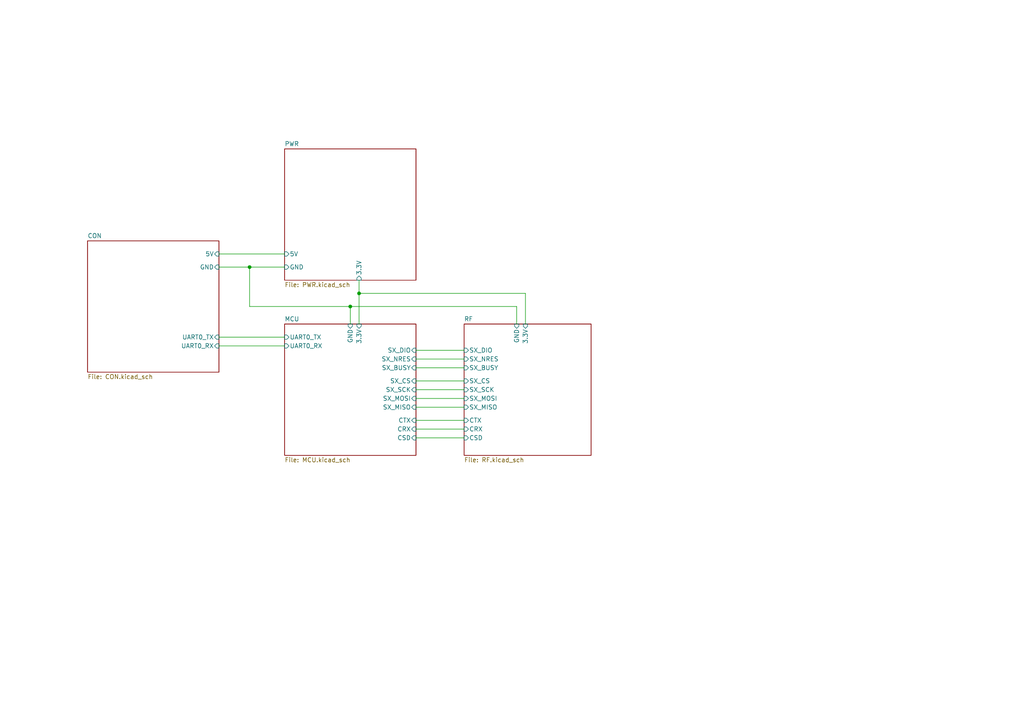
<source format=kicad_sch>
(kicad_sch
	(version 20231120)
	(generator "eeschema")
	(generator_version "8.0")
	(uuid "2b0c6554-5f90-40c2-bcb8-e5e40220e080")
	(paper "A4")
	(lib_symbols)
	(junction
		(at 72.39 77.47)
		(diameter 0)
		(color 0 0 0 0)
		(uuid "4b03f0e7-8527-4df0-9e20-7a77d3be49c3")
	)
	(junction
		(at 104.14 85.09)
		(diameter 0)
		(color 0 0 0 0)
		(uuid "b072eaaa-cf2e-42f5-840f-fd39cf306b32")
	)
	(junction
		(at 101.6 88.9)
		(diameter 0)
		(color 0 0 0 0)
		(uuid "d8619eaf-ea81-4b28-9b04-b95035974057")
	)
	(wire
		(pts
			(xy 72.39 88.9) (xy 101.6 88.9)
		)
		(stroke
			(width 0)
			(type default)
		)
		(uuid "0cf756f2-4396-431f-a3aa-16e6232db8a4")
	)
	(wire
		(pts
			(xy 120.65 127) (xy 134.62 127)
		)
		(stroke
			(width 0)
			(type default)
		)
		(uuid "0d0362a6-cae4-4f62-b51d-34652c1b68b1")
	)
	(wire
		(pts
			(xy 63.5 73.66) (xy 82.55 73.66)
		)
		(stroke
			(width 0)
			(type default)
		)
		(uuid "14e7f716-137f-4034-92f3-07eaa458ccb0")
	)
	(wire
		(pts
			(xy 120.65 118.11) (xy 134.62 118.11)
		)
		(stroke
			(width 0)
			(type default)
		)
		(uuid "3061e3a4-d19a-4eaa-a210-bf546cc8dd73")
	)
	(wire
		(pts
			(xy 63.5 97.79) (xy 82.55 97.79)
		)
		(stroke
			(width 0)
			(type default)
		)
		(uuid "337378af-b422-478d-a845-f488dbcee932")
	)
	(wire
		(pts
			(xy 72.39 77.47) (xy 82.55 77.47)
		)
		(stroke
			(width 0)
			(type default)
		)
		(uuid "345c270f-7706-4e42-b134-4f12d8f428ef")
	)
	(wire
		(pts
			(xy 120.65 101.6) (xy 134.62 101.6)
		)
		(stroke
			(width 0)
			(type default)
		)
		(uuid "41bbd0bc-fa95-4f41-92f4-573a9b3c027b")
	)
	(wire
		(pts
			(xy 120.65 110.49) (xy 134.62 110.49)
		)
		(stroke
			(width 0)
			(type default)
		)
		(uuid "4323d157-ecca-444b-865b-f66966f8d8b0")
	)
	(wire
		(pts
			(xy 120.65 113.03) (xy 134.62 113.03)
		)
		(stroke
			(width 0)
			(type default)
		)
		(uuid "46d283d2-d623-4300-9da6-757c742655f8")
	)
	(wire
		(pts
			(xy 104.14 85.09) (xy 104.14 93.98)
		)
		(stroke
			(width 0)
			(type default)
		)
		(uuid "57492b40-b091-4e73-b6bf-9c4294abcf84")
	)
	(wire
		(pts
			(xy 101.6 88.9) (xy 101.6 93.98)
		)
		(stroke
			(width 0)
			(type default)
		)
		(uuid "642c5f64-8546-4b49-94b7-df4f44d882f5")
	)
	(wire
		(pts
			(xy 63.5 77.47) (xy 72.39 77.47)
		)
		(stroke
			(width 0)
			(type default)
		)
		(uuid "77957eb9-838f-443a-bf72-66dcacf1bf0f")
	)
	(wire
		(pts
			(xy 101.6 88.9) (xy 149.86 88.9)
		)
		(stroke
			(width 0)
			(type default)
		)
		(uuid "7af4bf79-35c6-4e45-acde-c5e520f9ef05")
	)
	(wire
		(pts
			(xy 120.65 104.14) (xy 134.62 104.14)
		)
		(stroke
			(width 0)
			(type default)
		)
		(uuid "8df9d07c-550f-4d51-a4e8-ac0fe8895716")
	)
	(wire
		(pts
			(xy 152.4 85.09) (xy 152.4 93.98)
		)
		(stroke
			(width 0)
			(type default)
		)
		(uuid "953596ee-0373-4993-a1ff-f96c583fbd83")
	)
	(wire
		(pts
			(xy 63.5 100.33) (xy 82.55 100.33)
		)
		(stroke
			(width 0)
			(type default)
		)
		(uuid "9c6a895c-0834-4670-9e4e-87fb2785bc28")
	)
	(wire
		(pts
			(xy 120.65 121.92) (xy 134.62 121.92)
		)
		(stroke
			(width 0)
			(type default)
		)
		(uuid "9eab484a-f146-4912-8417-4d1557aca2b0")
	)
	(wire
		(pts
			(xy 149.86 88.9) (xy 149.86 93.98)
		)
		(stroke
			(width 0)
			(type default)
		)
		(uuid "a3ce7a7e-8dd5-415d-ac0f-9d06f699f5fe")
	)
	(wire
		(pts
			(xy 72.39 77.47) (xy 72.39 88.9)
		)
		(stroke
			(width 0)
			(type default)
		)
		(uuid "c8ab70ad-8938-43e1-b8a0-4382fba2c17c")
	)
	(wire
		(pts
			(xy 104.14 81.28) (xy 104.14 85.09)
		)
		(stroke
			(width 0)
			(type default)
		)
		(uuid "ce85bd3e-40d0-4f3e-b197-ef26372a56f7")
	)
	(wire
		(pts
			(xy 120.65 106.68) (xy 134.62 106.68)
		)
		(stroke
			(width 0)
			(type default)
		)
		(uuid "d29d001e-2465-43bb-b2c0-e07307241189")
	)
	(wire
		(pts
			(xy 120.65 124.46) (xy 134.62 124.46)
		)
		(stroke
			(width 0)
			(type default)
		)
		(uuid "ec5a4a43-0225-4fc5-8ee3-c6f0695a8439")
	)
	(wire
		(pts
			(xy 120.65 115.57) (xy 134.62 115.57)
		)
		(stroke
			(width 0)
			(type default)
		)
		(uuid "f028e614-ff5a-4428-acee-f62a58e00a64")
	)
	(wire
		(pts
			(xy 104.14 85.09) (xy 152.4 85.09)
		)
		(stroke
			(width 0)
			(type default)
		)
		(uuid "fdf753e7-6c46-4c23-ae3d-32a56645d935")
	)
	(sheet
		(at 82.55 43.18)
		(size 38.1 38.1)
		(fields_autoplaced yes)
		(stroke
			(width 0.1524)
			(type solid)
		)
		(fill
			(color 0 0 0 0.0000)
		)
		(uuid "7b8cbac9-59c2-4db4-ab78-570231f48678")
		(property "Sheetname" "PWR"
			(at 82.55 42.4684 0)
			(effects
				(font
					(size 1.27 1.27)
				)
				(justify left bottom)
			)
		)
		(property "Sheetfile" "PWR.kicad_sch"
			(at 82.55 81.8646 0)
			(effects
				(font
					(size 1.27 1.27)
				)
				(justify left top)
			)
		)
		(pin "5V" input
			(at 82.55 73.66 180)
			(effects
				(font
					(size 1.27 1.27)
				)
				(justify left)
			)
			(uuid "0fc89138-810c-4f60-9cd3-19c81aa3e30d")
		)
		(pin "3.3V" input
			(at 104.14 81.28 270)
			(effects
				(font
					(size 1.27 1.27)
				)
				(justify left)
			)
			(uuid "a07f06cf-6d4b-443a-8ace-bf8a3cd19755")
		)
		(pin "GND" input
			(at 82.55 77.47 180)
			(effects
				(font
					(size 1.27 1.27)
				)
				(justify left)
			)
			(uuid "60306822-b304-40ca-9f5b-31945a0fa5af")
		)
		(instances
			(project "LoRa"
				(path "/2b0c6554-5f90-40c2-bcb8-e5e40220e080"
					(page "4")
				)
			)
		)
	)
	(sheet
		(at 25.4 69.85)
		(size 38.1 38.1)
		(fields_autoplaced yes)
		(stroke
			(width 0.1524)
			(type solid)
		)
		(fill
			(color 0 0 0 0.0000)
		)
		(uuid "88975fe3-a6d9-4872-a309-80c19f19c233")
		(property "Sheetname" "CON"
			(at 25.4 69.1384 0)
			(effects
				(font
					(size 1.27 1.27)
				)
				(justify left bottom)
			)
		)
		(property "Sheetfile" "CON.kicad_sch"
			(at 25.4 108.5346 0)
			(effects
				(font
					(size 1.27 1.27)
				)
				(justify left top)
			)
		)
		(property "Field2" ""
			(at 25.4 69.85 0)
			(effects
				(font
					(size 1.27 1.27)
				)
				(hide yes)
			)
		)
		(pin "GND" input
			(at 63.5 77.47 0)
			(effects
				(font
					(size 1.27 1.27)
				)
				(justify right)
			)
			(uuid "3014e148-8e58-4b49-b5a3-ba6863c33e41")
		)
		(pin "5V" input
			(at 63.5 73.66 0)
			(effects
				(font
					(size 1.27 1.27)
				)
				(justify right)
			)
			(uuid "111ec84c-275f-4078-85d1-37213010959e")
		)
		(pin "UART0_TX" input
			(at 63.5 97.79 0)
			(effects
				(font
					(size 1.27 1.27)
				)
				(justify right)
			)
			(uuid "a6838825-b966-4627-bdcd-ac0b28a74912")
		)
		(pin "UART0_RX" input
			(at 63.5 100.33 0)
			(effects
				(font
					(size 1.27 1.27)
				)
				(justify right)
			)
			(uuid "c9fecd7b-d898-43c1-83ca-17a91149b54f")
		)
		(instances
			(project "LoRa"
				(path "/2b0c6554-5f90-40c2-bcb8-e5e40220e080"
					(page "5")
				)
			)
		)
	)
	(sheet
		(at 134.62 93.98)
		(size 36.83 38.1)
		(fields_autoplaced yes)
		(stroke
			(width 0.1524)
			(type solid)
		)
		(fill
			(color 0 0 0 0.0000)
		)
		(uuid "9a24c291-fed3-416d-97e4-a4b0f62004ad")
		(property "Sheetname" "RF"
			(at 134.62 93.2684 0)
			(effects
				(font
					(size 1.27 1.27)
				)
				(justify left bottom)
			)
		)
		(property "Sheetfile" "RF.kicad_sch"
			(at 134.62 132.6646 0)
			(effects
				(font
					(size 1.27 1.27)
				)
				(justify left top)
			)
		)
		(pin "SX_DIO" input
			(at 134.62 101.6 180)
			(effects
				(font
					(size 1.27 1.27)
				)
				(justify left)
			)
			(uuid "5f956b59-f2d5-4bf4-8a90-e7ff526aef00")
		)
		(pin "SX_NRES" input
			(at 134.62 104.14 180)
			(effects
				(font
					(size 1.27 1.27)
				)
				(justify left)
			)
			(uuid "6a2c95d8-ec45-453d-ba62-19b45061c0cd")
		)
		(pin "SX_BUSY" input
			(at 134.62 106.68 180)
			(effects
				(font
					(size 1.27 1.27)
				)
				(justify left)
			)
			(uuid "20b04ae8-871f-4b8e-bd34-2a7959c9f9b8")
		)
		(pin "SX_CS" input
			(at 134.62 110.49 180)
			(effects
				(font
					(size 1.27 1.27)
				)
				(justify left)
			)
			(uuid "a0c6e8d3-a99f-47aa-a736-9f76ab8ae649")
		)
		(pin "SX_SCK" input
			(at 134.62 113.03 180)
			(effects
				(font
					(size 1.27 1.27)
				)
				(justify left)
			)
			(uuid "12931d31-b53f-4ba2-8997-cd31498da3c1")
		)
		(pin "GND" input
			(at 149.86 93.98 90)
			(effects
				(font
					(size 1.27 1.27)
				)
				(justify right)
			)
			(uuid "5c80fb9d-0cb2-4e5e-963a-12cefdb4f8c0")
		)
		(pin "SX_MOSI" input
			(at 134.62 115.57 180)
			(effects
				(font
					(size 1.27 1.27)
				)
				(justify left)
			)
			(uuid "6b097d8f-119b-4159-b0ed-70619a400546")
		)
		(pin "3.3V" input
			(at 152.4 93.98 90)
			(effects
				(font
					(size 1.27 1.27)
				)
				(justify right)
			)
			(uuid "76ee13e0-61fd-44d9-ada8-e6fa8ed62f42")
		)
		(pin "SX_MISO" input
			(at 134.62 118.11 180)
			(effects
				(font
					(size 1.27 1.27)
				)
				(justify left)
			)
			(uuid "f1771a31-3c47-4cbc-9b88-9262323783a9")
		)
		(pin "CTX" input
			(at 134.62 121.92 180)
			(effects
				(font
					(size 1.27 1.27)
				)
				(justify left)
			)
			(uuid "1cb08f78-f5a4-4515-9841-9e15b032b917")
		)
		(pin "CRX" input
			(at 134.62 124.46 180)
			(effects
				(font
					(size 1.27 1.27)
				)
				(justify left)
			)
			(uuid "5635f4eb-e027-4d84-b49c-981aea1e55c8")
		)
		(pin "CSD" input
			(at 134.62 127 180)
			(effects
				(font
					(size 1.27 1.27)
				)
				(justify left)
			)
			(uuid "7df737ad-af55-4854-8d32-66fb1ad0a0b8")
		)
		(instances
			(project "LoRa"
				(path "/2b0c6554-5f90-40c2-bcb8-e5e40220e080"
					(page "3")
				)
			)
		)
	)
	(sheet
		(at 82.55 93.98)
		(size 38.1 38.1)
		(fields_autoplaced yes)
		(stroke
			(width 0.1524)
			(type solid)
		)
		(fill
			(color 0 0 0 0.0000)
		)
		(uuid "f521ed63-4090-4a74-9431-3c95b6881a38")
		(property "Sheetname" "MCU"
			(at 82.55 93.2684 0)
			(effects
				(font
					(size 1.27 1.27)
				)
				(justify left bottom)
			)
		)
		(property "Sheetfile" "MCU.kicad_sch"
			(at 82.55 132.6646 0)
			(effects
				(font
					(size 1.27 1.27)
				)
				(justify left top)
			)
		)
		(property "Field2" ""
			(at 82.55 93.98 0)
			(effects
				(font
					(size 1.27 1.27)
				)
				(hide yes)
			)
		)
		(pin "GND" input
			(at 101.6 93.98 90)
			(effects
				(font
					(size 1.27 1.27)
				)
				(justify right)
			)
			(uuid "9782c1b8-3974-4058-a4da-0705c190598f")
		)
		(pin "3.3V" input
			(at 104.14 93.98 90)
			(effects
				(font
					(size 1.27 1.27)
				)
				(justify right)
			)
			(uuid "51dac4cc-b03c-4ea3-b860-57adcb98989d")
		)
		(pin "UART0_TX" input
			(at 82.55 97.79 180)
			(effects
				(font
					(size 1.27 1.27)
				)
				(justify left)
			)
			(uuid "8cdf8bfd-b00c-4f5e-8ffc-f9950368a900")
		)
		(pin "UART0_RX" input
			(at 82.55 100.33 180)
			(effects
				(font
					(size 1.27 1.27)
				)
				(justify left)
			)
			(uuid "ac5080b4-abcc-4c4c-bf3b-97de2ca07812")
		)
		(pin "SX_BUSY" input
			(at 120.65 106.68 0)
			(effects
				(font
					(size 1.27 1.27)
				)
				(justify right)
			)
			(uuid "baae689d-aefe-4c4c-9c35-348dcb65f637")
		)
		(pin "SX_DIO" input
			(at 120.65 101.6 0)
			(effects
				(font
					(size 1.27 1.27)
				)
				(justify right)
			)
			(uuid "648f9ab6-2c06-42a5-b800-3568771910d8")
		)
		(pin "CTX" input
			(at 120.65 121.92 0)
			(effects
				(font
					(size 1.27 1.27)
				)
				(justify right)
			)
			(uuid "a29d47d1-40a1-46a8-b91f-dbfa0025a371")
		)
		(pin "CSD" input
			(at 120.65 127 0)
			(effects
				(font
					(size 1.27 1.27)
				)
				(justify right)
			)
			(uuid "d3067329-0298-4ad7-9738-04973ce4ca8b")
		)
		(pin "CRX" input
			(at 120.65 124.46 0)
			(effects
				(font
					(size 1.27 1.27)
				)
				(justify right)
			)
			(uuid "b00d46f4-7f2e-45f7-98ed-a027a51aafb0")
		)
		(pin "SX_NRES" input
			(at 120.65 104.14 0)
			(effects
				(font
					(size 1.27 1.27)
				)
				(justify right)
			)
			(uuid "8172953b-2ff5-4484-981b-5e4cfe1c1285")
		)
		(pin "SX_CS" input
			(at 120.65 110.49 0)
			(effects
				(font
					(size 1.27 1.27)
				)
				(justify right)
			)
			(uuid "f597aee7-7194-4b76-b56c-779078d16846")
		)
		(pin "SX_SCK" input
			(at 120.65 113.03 0)
			(effects
				(font
					(size 1.27 1.27)
				)
				(justify right)
			)
			(uuid "53dbcc8b-6485-456b-a787-a5b16dc64793")
		)
		(pin "SX_MOSI" input
			(at 120.65 115.57 0)
			(effects
				(font
					(size 1.27 1.27)
				)
				(justify right)
			)
			(uuid "d8b20d8b-2a42-43c8-97fe-2b3bfccab113")
		)
		(pin "SX_MISO" input
			(at 120.65 118.11 0)
			(effects
				(font
					(size 1.27 1.27)
				)
				(justify right)
			)
			(uuid "0eebfc76-68bf-4fbb-a53a-fb1b58e06dfb")
		)
		(instances
			(project "LoRa"
				(path "/2b0c6554-5f90-40c2-bcb8-e5e40220e080"
					(page "2")
				)
			)
		)
	)
	(sheet_instances
		(path "/"
			(page "1")
		)
	)
)

</source>
